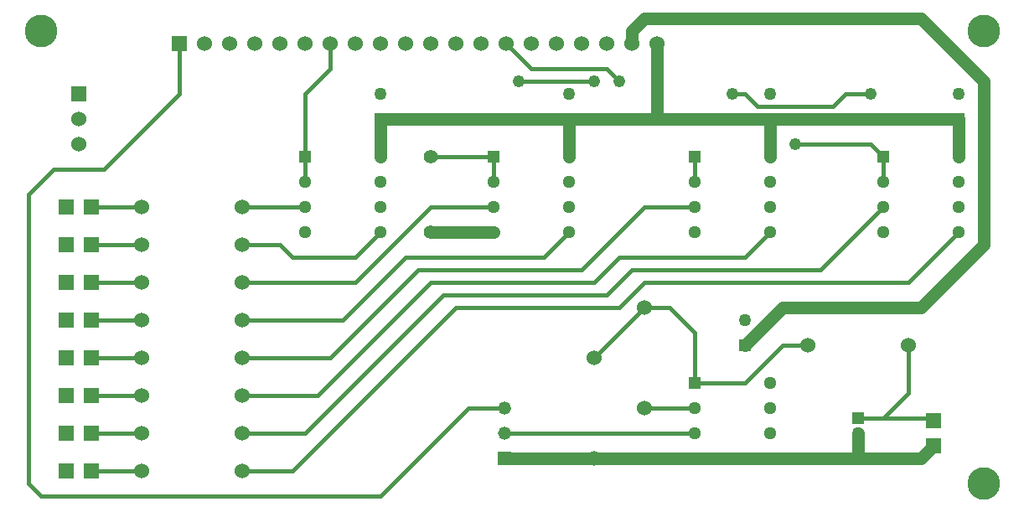
<source format=gtl>
%FSLAX23Y23*%
%MOIN*%
G04 EasyPC Gerber Version 18.0.6 Build 3620 *
%ADD70R,0.05000X0.05000*%
%ADD16R,0.05100X0.05100*%
%ADD22R,0.05200X0.05200*%
%ADD18R,0.06000X0.06000*%
%ADD20R,0.06000X0.06000*%
%ADD26C,0.01500*%
%ADD27C,0.04800*%
%ADD24C,0.05000*%
%ADD71C,0.05000*%
%ADD17C,0.05100*%
%ADD23C,0.05200*%
%ADD25C,0.05600*%
%ADD21C,0.06000*%
%ADD19C,0.06000*%
%ADD15C,0.12992*%
X0Y0D02*
D02*
D15*
X184Y2000D03*
X3934Y200D03*
Y2000D03*
D02*
D16*
X1234Y1500D03*
X1984D03*
X2784Y600D03*
Y1500D03*
X3534D03*
D02*
D17*
X1234Y1200D03*
Y1300D03*
Y1400D03*
X1534Y1200D03*
Y1300D03*
Y1400D03*
Y1500D03*
X1984Y1200D03*
Y1300D03*
Y1400D03*
X2284Y1200D03*
Y1300D03*
Y1400D03*
Y1500D03*
X2784Y300D03*
Y400D03*
Y500D03*
Y1200D03*
Y1300D03*
Y1400D03*
X3084Y300D03*
Y400D03*
Y500D03*
Y600D03*
Y1200D03*
Y1300D03*
Y1400D03*
Y1500D03*
X3534Y1200D03*
Y1300D03*
Y1400D03*
X3834Y1200D03*
Y1300D03*
Y1400D03*
Y1500D03*
D02*
D18*
X284Y250D03*
Y400D03*
Y550D03*
Y700D03*
Y850D03*
Y1000D03*
Y1150D03*
Y1300D03*
X384Y250D03*
Y400D03*
Y550D03*
Y700D03*
Y850D03*
Y1000D03*
Y1150D03*
Y1300D03*
X3734Y350D03*
Y450D03*
D02*
D19*
X584Y250D03*
Y400D03*
Y550D03*
Y700D03*
Y850D03*
Y1000D03*
Y1150D03*
Y1300D03*
X984Y250D03*
Y400D03*
Y550D03*
Y700D03*
Y850D03*
Y1000D03*
Y1150D03*
Y1300D03*
X2384Y300D03*
Y700D03*
X2584Y500D03*
Y900D03*
X3234Y750D03*
X3634D03*
D02*
D70*
X1534Y1650D03*
X2284D03*
X2984Y750D03*
X3084Y1650D03*
X3434Y459D03*
X3834Y1650D03*
D02*
D71*
X1534Y1750D03*
X2284D03*
X2984Y850D03*
X3084Y1750D03*
X3434Y400D03*
X3834Y1750D03*
D02*
D20*
X334D03*
X734Y1950D03*
D02*
D21*
X334Y1550D03*
Y1650D03*
X834Y1950D03*
X934D03*
X1034D03*
X1134D03*
X1234D03*
X1334D03*
X1434D03*
X1534D03*
X1634D03*
X1734D03*
X1834D03*
X1934D03*
X2034D03*
X2134D03*
X2234D03*
X2334D03*
X2434D03*
X2534D03*
X2634D03*
D02*
D22*
X2029Y301D03*
D02*
D23*
Y401D03*
Y501D03*
D02*
D24*
X1534Y1500D02*
Y1650D01*
X1984Y1200D02*
X1734D01*
X2029Y301D02*
X2383D01*
X2384Y300*
X2284Y1650D02*
X1534D01*
X2284D02*
X2634D01*
X2284D02*
Y1500D01*
X2384Y300D02*
X2784D01*
X2534Y1950D02*
Y2000D01*
X2584Y2050*
X3684*
X3934Y1800*
Y1150*
X3684Y900*
X3134*
X2984Y750*
X2634Y1650D02*
X3084D01*
X2634Y1950D02*
Y1650D01*
X2784Y300D02*
X3084D01*
X3434*
X3084Y1500D02*
Y1650D01*
X3434Y300D02*
X3684D01*
X3734Y350*
X3434Y400D02*
Y300D01*
X3834Y1500D02*
Y1650D01*
X3084*
D02*
D25*
X1734Y1200D03*
Y1500D03*
D02*
D26*
X384Y250D02*
X584D01*
X384Y400D02*
X584D01*
X384Y550D02*
X584D01*
X384Y700D02*
X584D01*
X384Y850D02*
X584D01*
X384Y1000D02*
X584D01*
X384Y1150D02*
X584D01*
X384Y1300D02*
X584D01*
X984Y250D02*
X1184D01*
X1834Y900*
X2484*
X2584Y1000*
X3634*
X3834Y1200*
X984Y400D02*
X1234D01*
X1784Y950*
X2434*
X2534Y1050*
X3284*
X3534Y1300*
X984Y550D02*
X1284D01*
X1734Y1000*
X2384*
X2484Y1100*
X2984*
X3084Y1200*
X984Y700D02*
X1334D01*
X1684Y1050*
X2334*
X2584Y1300*
X2784*
X984Y850D02*
X1384D01*
X1634Y1100*
X2184*
X2284Y1200*
X984Y1000D02*
X1434D01*
X1734Y1300*
X1984*
X984Y1150D02*
X1134D01*
X1184Y1100*
X1434*
X1534Y1200*
X984Y1300D02*
X1234D01*
Y1500D02*
Y1750D01*
X1334Y1850*
Y1950*
X1234Y1500D02*
Y1400D01*
X1984Y1500D02*
X1734D01*
X1984D02*
Y1400D01*
X2029Y401D02*
X2783D01*
X2784Y400*
X2029Y501D02*
X1885D01*
X1534Y150*
X184*
X134Y200*
Y1350*
X234Y1450*
X434*
X734Y1750*
Y1950*
X2034D02*
X2134Y1850D01*
X2434*
X2484Y1800*
X2084D02*
X2384D01*
Y700D02*
X2584Y900D01*
Y500D02*
X2784D01*
X2584Y900D02*
X2684D01*
X2784Y800*
Y600*
X2984*
X3134Y750*
X3234*
X2784Y1500D02*
Y1400D01*
X2934Y1750D02*
X2984D01*
X3034Y1700*
X3334*
X3384Y1750*
X3484*
X3434Y459D02*
X3725D01*
X3734Y450*
X3534Y1500D02*
X3484Y1550D01*
X3184*
X3534Y1500D02*
Y1400D01*
X3634Y750D02*
Y559D01*
X3534Y459*
X3434*
D02*
D27*
X2084Y1800D03*
X2384D03*
X2484D03*
X2934Y1750D03*
X3184Y1550D03*
X3484Y1750D03*
X0Y0D02*
M02*

</source>
